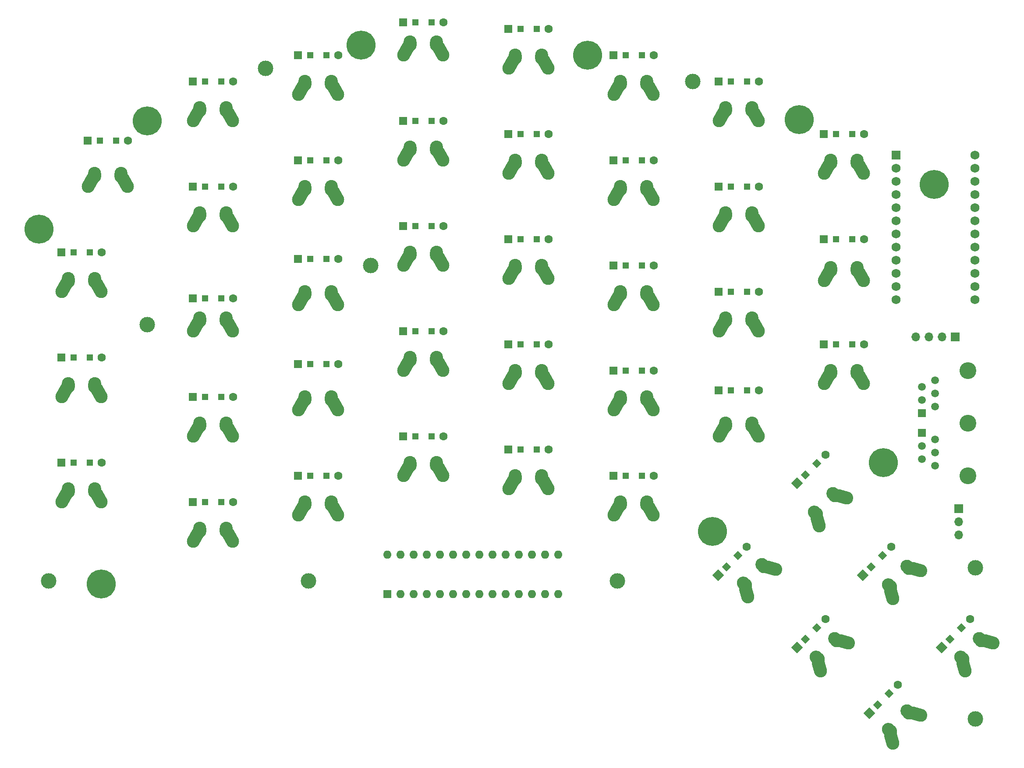
<source format=gbr>
%TF.GenerationSoftware,KiCad,Pcbnew,7.0.8*%
%TF.CreationDate,2023-11-09T18:46:39+07:00*%
%TF.ProjectId,sudi-redox-clone,73756469-2d72-4656-946f-782d636c6f6e,0.1*%
%TF.SameCoordinates,Original*%
%TF.FileFunction,Soldermask,Top*%
%TF.FilePolarity,Negative*%
%FSLAX46Y46*%
G04 Gerber Fmt 4.6, Leading zero omitted, Abs format (unit mm)*
G04 Created by KiCad (PCBNEW 7.0.8) date 2023-11-09 18:46:39*
%MOMM*%
%LPD*%
G01*
G04 APERTURE LIST*
G04 Aperture macros list*
%AMHorizOval*
0 Thick line with rounded ends*
0 $1 width*
0 $2 $3 position (X,Y) of the first rounded end (center of the circle)*
0 $4 $5 position (X,Y) of the second rounded end (center of the circle)*
0 Add line between two ends*
20,1,$1,$2,$3,$4,$5,0*
0 Add two circle primitives to create the rounded ends*
1,1,$1,$2,$3*
1,1,$1,$4,$5*%
%AMRotRect*
0 Rectangle, with rotation*
0 The origin of the aperture is its center*
0 $1 length*
0 $2 width*
0 $3 Rotation angle, in degrees counterclockwise*
0 Add horizontal line*
21,1,$1,$2,0,0,$3*%
G04 Aperture macros list end*
%ADD10HorizOval,2.500000X-0.405453X-0.729954X0.405453X0.729954X0*%
%ADD11HorizOval,2.500000X-0.019724X0.289328X0.019724X-0.289328X0*%
%ADD12HorizOval,2.500000X-0.019724X-0.289328X0.019724X0.289328X0*%
%ADD13HorizOval,2.500000X-0.405453X0.729954X0.405453X-0.729954X0*%
%ADD14R,1.600000X1.600000*%
%ADD15R,1.200000X1.200000*%
%ADD16C,1.600000*%
%ADD17C,3.250000*%
%ADD18R,1.520000X1.520000*%
%ADD19C,1.520000*%
%ADD20HorizOval,2.500000X-0.229457X0.802854X0.229457X-0.802854X0*%
%ADD21HorizOval,2.500000X-0.218533X0.190639X0.218533X-0.190639X0*%
%ADD22HorizOval,2.500000X-0.190639X0.218533X0.190639X-0.218533X0*%
%ADD23HorizOval,2.500000X-0.802854X0.229457X0.802854X-0.229457X0*%
%ADD24C,3.000000*%
%ADD25C,5.600000*%
%ADD26O,1.600000X1.600000*%
%ADD27RotRect,1.600000X1.600000X45.000000*%
%ADD28RotRect,1.200000X1.200000X45.000000*%
%ADD29R,1.752600X1.752600*%
%ADD30C,1.752600*%
%ADD31R,1.700000X1.700000*%
%ADD32O,1.700000X1.700000*%
G04 APERTURE END LIST*
D10*
%TO.C,K19*%
X103275000Y-113570000D03*
D11*
X104160000Y-112050000D03*
D12*
X109200000Y-112050000D03*
D13*
X110085000Y-113570000D03*
%TD*%
D10*
%TO.C,K16*%
X103275000Y-52610000D03*
D11*
X104160000Y-51090000D03*
D12*
X109200000Y-51090000D03*
D13*
X110085000Y-52610000D03*
%TD*%
D14*
%TO.C,D34*%
X184060000Y-48260000D03*
D15*
X186385000Y-48260000D03*
X189535000Y-48260000D03*
D16*
X191860000Y-48260000D03*
%TD*%
D17*
%TO.C,J1*%
X211940000Y-104140000D03*
X211940000Y-93980000D03*
D18*
X203050000Y-102230000D03*
D19*
X205590000Y-100960000D03*
X203050000Y-99690000D03*
X205590000Y-98420000D03*
X203050000Y-97150000D03*
X205590000Y-95880000D03*
%TD*%
D14*
%TO.C,D17*%
X102780000Y-66040000D03*
D15*
X105105000Y-66040000D03*
X108255000Y-66040000D03*
D16*
X110580000Y-66040000D03*
%TD*%
D20*
%TO.C,K40*%
X182904930Y-123196508D03*
D21*
X182455917Y-121495917D03*
D22*
X186019736Y-117932098D03*
D23*
X187720327Y-118381111D03*
%TD*%
D24*
%TO.C,FID9*%
X53340000Y-85090000D03*
%TD*%
D14*
%TO.C,D22*%
X123100000Y-68580000D03*
D15*
X125425000Y-68580000D03*
X128575000Y-68580000D03*
D16*
X130900000Y-68580000D03*
%TD*%
D14*
%TO.C,D26*%
X143420000Y-53340000D03*
D15*
X145745000Y-53340000D03*
X148895000Y-53340000D03*
D16*
X151220000Y-53340000D03*
%TD*%
D10*
%TO.C,K9*%
X62635000Y-126270000D03*
D11*
X63520000Y-124750000D03*
D12*
X68560000Y-124750000D03*
D13*
X69445000Y-126270000D03*
%TD*%
D24*
%TO.C,FID2*%
X76200000Y-35560000D03*
%TD*%
D14*
%TO.C,D18*%
X102780000Y-86360000D03*
D15*
X105105000Y-86360000D03*
X108255000Y-86360000D03*
D16*
X110580000Y-86360000D03*
%TD*%
D25*
%TO.C,H5*%
X94615000Y-31115000D03*
%TD*%
D10*
%TO.C,K8*%
X62635000Y-105950000D03*
D11*
X63520000Y-104430000D03*
D12*
X68560000Y-104430000D03*
D13*
X69445000Y-105950000D03*
%TD*%
D14*
%TO.C,D36*%
X184060000Y-88900000D03*
D15*
X186385000Y-88900000D03*
X189535000Y-88900000D03*
D16*
X191860000Y-88900000D03*
%TD*%
D24*
%TO.C,FID3*%
X158750000Y-38100000D03*
%TD*%
D10*
%TO.C,K18*%
X103275000Y-93250000D03*
D11*
X104160000Y-91730000D03*
D12*
X109200000Y-91730000D03*
D13*
X110085000Y-93250000D03*
%TD*%
D25*
%TO.C,H1*%
X53340000Y-45720000D03*
%TD*%
D10*
%TO.C,K12*%
X82955000Y-80550000D03*
D11*
X83840000Y-79030000D03*
D12*
X88880000Y-79030000D03*
D13*
X89765000Y-80550000D03*
%TD*%
D25*
%TO.C,H3*%
X162560000Y-125095000D03*
%TD*%
D10*
%TO.C,K14*%
X82955000Y-121190000D03*
D11*
X83840000Y-119670000D03*
D12*
X88880000Y-119670000D03*
D13*
X89765000Y-121190000D03*
%TD*%
D14*
%TO.C,D25*%
X143420000Y-33020000D03*
D15*
X145745000Y-33020000D03*
X148895000Y-33020000D03*
D16*
X151220000Y-33020000D03*
%TD*%
D10*
%TO.C,K7*%
X62635000Y-85630000D03*
D11*
X63520000Y-84110000D03*
D12*
X68560000Y-84110000D03*
D13*
X69445000Y-85630000D03*
%TD*%
D14*
%TO.C,D2*%
X36740000Y-71120000D03*
D15*
X39065000Y-71120000D03*
X42215000Y-71120000D03*
D16*
X44540000Y-71120000D03*
%TD*%
D20*
%TO.C,K38*%
X183240062Y-151225459D03*
D21*
X182791049Y-149524868D03*
D22*
X186354868Y-145961049D03*
D23*
X188055459Y-146410062D03*
%TD*%
D24*
%TO.C,FID7*%
X144145000Y-134620000D03*
%TD*%
D14*
%TO.C,D11*%
X82460000Y-53340000D03*
D15*
X84785000Y-53340000D03*
X87935000Y-53340000D03*
D16*
X90260000Y-53340000D03*
%TD*%
D24*
%TO.C,FID5*%
X213360000Y-161290000D03*
%TD*%
D10*
%TO.C,K6*%
X62635000Y-65310000D03*
D11*
X63520000Y-63790000D03*
D12*
X68560000Y-63790000D03*
D13*
X69445000Y-65310000D03*
%TD*%
D14*
%TO.C,U2*%
X99705000Y-137150000D03*
D26*
X102245000Y-137150000D03*
X104785000Y-137150000D03*
X107325000Y-137150000D03*
X109865000Y-137150000D03*
X112405000Y-137150000D03*
X114945000Y-137150000D03*
X117485000Y-137150000D03*
X120025000Y-137150000D03*
X122565000Y-137150000D03*
X125105000Y-137150000D03*
X127645000Y-137150000D03*
X130185000Y-137150000D03*
X132725000Y-137150000D03*
X132725000Y-129530000D03*
X130185000Y-129530000D03*
X127645000Y-129530000D03*
X125105000Y-129530000D03*
X122565000Y-129530000D03*
X120025000Y-129530000D03*
X117485000Y-129530000D03*
X114945000Y-129530000D03*
X112405000Y-129530000D03*
X109865000Y-129530000D03*
X107325000Y-129530000D03*
X104785000Y-129530000D03*
X102245000Y-129530000D03*
X99705000Y-129530000D03*
%TD*%
D10*
%TO.C,K25*%
X143915000Y-39910000D03*
D11*
X144800000Y-38390000D03*
D12*
X149840000Y-38390000D03*
D13*
X150725000Y-39910000D03*
%TD*%
D10*
%TO.C,K32*%
X164235000Y-85630000D03*
D11*
X165120000Y-84110000D03*
D12*
X170160000Y-84110000D03*
D13*
X171045000Y-85630000D03*
%TD*%
D10*
%TO.C,K5*%
X62635000Y-44990000D03*
D11*
X63520000Y-43470000D03*
D12*
X68560000Y-43470000D03*
D13*
X69445000Y-44990000D03*
%TD*%
D14*
%TO.C,D35*%
X184060000Y-68580000D03*
D15*
X186385000Y-68580000D03*
X189535000Y-68580000D03*
D16*
X191860000Y-68580000D03*
%TD*%
D14*
%TO.C,D21*%
X123100000Y-48260000D03*
D15*
X125425000Y-48260000D03*
X128575000Y-48260000D03*
D16*
X130900000Y-48260000D03*
%TD*%
D10*
%TO.C,K2*%
X37235000Y-78010000D03*
D11*
X38120000Y-76490000D03*
D12*
X43160000Y-76490000D03*
D13*
X44045000Y-78010000D03*
%TD*%
D27*
%TO.C,D42*%
X206792284Y-147537716D03*
D28*
X208436307Y-145893693D03*
X210663693Y-143666307D03*
D16*
X212307716Y-142022284D03*
%TD*%
D10*
%TO.C,K30*%
X164235000Y-44990000D03*
D11*
X165120000Y-43470000D03*
D12*
X170160000Y-43470000D03*
D13*
X171045000Y-44990000D03*
%TD*%
D10*
%TO.C,K31*%
X164235000Y-65310000D03*
D11*
X165120000Y-63790000D03*
D12*
X170160000Y-63790000D03*
D13*
X171045000Y-65310000D03*
%TD*%
D10*
%TO.C,K10*%
X82955000Y-39910000D03*
D11*
X83840000Y-38390000D03*
D12*
X88880000Y-38390000D03*
D13*
X89765000Y-39910000D03*
%TD*%
D10*
%TO.C,K24*%
X123595000Y-116110000D03*
D11*
X124480000Y-114590000D03*
D12*
X129520000Y-114590000D03*
D13*
X130405000Y-116110000D03*
%TD*%
D14*
%TO.C,D28*%
X143420000Y-93980000D03*
D15*
X145745000Y-93980000D03*
X148895000Y-93980000D03*
D16*
X151220000Y-93980000D03*
%TD*%
D10*
%TO.C,K36*%
X184555000Y-95790000D03*
D11*
X185440000Y-94270000D03*
D12*
X190480000Y-94270000D03*
D13*
X191365000Y-95790000D03*
%TD*%
D14*
%TO.C,D8*%
X62140000Y-99060000D03*
D15*
X64465000Y-99060000D03*
X67615000Y-99060000D03*
D16*
X69940000Y-99060000D03*
%TD*%
D10*
%TO.C,K22*%
X123595000Y-75470000D03*
D11*
X124480000Y-73950000D03*
D12*
X129520000Y-73950000D03*
D13*
X130405000Y-75470000D03*
%TD*%
D25*
%TO.C,H9*%
X44450000Y-135255000D03*
%TD*%
D14*
%TO.C,D29*%
X143420000Y-114300000D03*
D15*
X145745000Y-114300000D03*
X148895000Y-114300000D03*
D16*
X151220000Y-114300000D03*
%TD*%
D29*
%TO.C,U1*%
X198005000Y-52324000D03*
D30*
X198005000Y-54864000D03*
X198005000Y-57404000D03*
X198005000Y-59944000D03*
X198005000Y-62484000D03*
X198005000Y-65024000D03*
X198005000Y-67564000D03*
X198005000Y-70104000D03*
X198005000Y-72644000D03*
X198005000Y-75184000D03*
X198005000Y-77724000D03*
X198005000Y-80264000D03*
X213245000Y-52324000D03*
X213245000Y-54864000D03*
X213245000Y-57404000D03*
X213245000Y-59944000D03*
X213245000Y-62484000D03*
X213245000Y-65024000D03*
X213245000Y-67564000D03*
X213245000Y-70104000D03*
X213245000Y-72644000D03*
X213245000Y-75184000D03*
X213245000Y-77724000D03*
X213245000Y-80264000D03*
%TD*%
D25*
%TO.C,H2*%
X205359000Y-58039000D03*
%TD*%
D20*
%TO.C,K41*%
X197210062Y-137255459D03*
D21*
X196761049Y-135554868D03*
D22*
X200324868Y-131991049D03*
D23*
X202025459Y-132440062D03*
%TD*%
D27*
%TO.C,D38*%
X178852284Y-147537716D03*
D28*
X180496307Y-145893693D03*
X182723693Y-143666307D03*
D16*
X184367716Y-142022284D03*
%TD*%
D10*
%TO.C,K34*%
X184555000Y-55150000D03*
D11*
X185440000Y-53630000D03*
D12*
X190480000Y-53630000D03*
D13*
X191365000Y-55150000D03*
%TD*%
D14*
%TO.C,D31*%
X163740000Y-58420000D03*
D15*
X166065000Y-58420000D03*
X169215000Y-58420000D03*
D16*
X171540000Y-58420000D03*
%TD*%
D10*
%TO.C,K13*%
X82955000Y-100870000D03*
D11*
X83840000Y-99350000D03*
D12*
X88880000Y-99350000D03*
D13*
X89765000Y-100870000D03*
%TD*%
D10*
%TO.C,K3*%
X37235000Y-98330000D03*
D11*
X38120000Y-96810000D03*
D12*
X43160000Y-96810000D03*
D13*
X44045000Y-98330000D03*
%TD*%
D27*
%TO.C,D39*%
X192822284Y-160237716D03*
D28*
X194466307Y-158593693D03*
X196693693Y-156366307D03*
D16*
X198337716Y-154722284D03*
%TD*%
D24*
%TO.C,FID1*%
X34290000Y-134620000D03*
%TD*%
D10*
%TO.C,K15*%
X103275000Y-32290000D03*
D11*
X104160000Y-30770000D03*
D12*
X109200000Y-30770000D03*
D13*
X110085000Y-32290000D03*
%TD*%
D25*
%TO.C,H8*%
X32385000Y-66675000D03*
%TD*%
D27*
%TO.C,D37*%
X163612284Y-133567716D03*
D28*
X165256307Y-131923693D03*
X167483693Y-129696307D03*
D16*
X169127716Y-128052284D03*
%TD*%
D27*
%TO.C,D41*%
X191552284Y-133567716D03*
D28*
X193196307Y-131923693D03*
X195423693Y-129696307D03*
D16*
X197067716Y-128052284D03*
%TD*%
D14*
%TO.C,D14*%
X82460000Y-114300000D03*
D15*
X84785000Y-114300000D03*
X87935000Y-114300000D03*
D16*
X90260000Y-114300000D03*
%TD*%
D14*
%TO.C,D32*%
X163740000Y-78740000D03*
D15*
X166065000Y-78740000D03*
X169215000Y-78740000D03*
D16*
X171540000Y-78740000D03*
%TD*%
D14*
%TO.C,D7*%
X62140000Y-80010000D03*
D15*
X64465000Y-80010000D03*
X67615000Y-80010000D03*
D16*
X69940000Y-80010000D03*
%TD*%
D14*
%TO.C,D9*%
X62140000Y-119380000D03*
D15*
X64465000Y-119380000D03*
X67615000Y-119380000D03*
D16*
X69940000Y-119380000D03*
%TD*%
D14*
%TO.C,D1*%
X41820000Y-49530000D03*
D15*
X44145000Y-49530000D03*
X47295000Y-49530000D03*
D16*
X49620000Y-49530000D03*
%TD*%
D14*
%TO.C,D20*%
X123100000Y-27940000D03*
D15*
X125425000Y-27940000D03*
X128575000Y-27940000D03*
D16*
X130900000Y-27940000D03*
%TD*%
D10*
%TO.C,K23*%
X123595000Y-95790000D03*
D11*
X124480000Y-94270000D03*
D12*
X129520000Y-94270000D03*
D13*
X130405000Y-95790000D03*
%TD*%
D10*
%TO.C,K27*%
X143915000Y-80550000D03*
D11*
X144800000Y-79030000D03*
D12*
X149840000Y-79030000D03*
D13*
X150725000Y-80550000D03*
%TD*%
D10*
%TO.C,K17*%
X103275000Y-72938188D03*
D11*
X104160000Y-71418188D03*
D12*
X109200000Y-71418188D03*
D13*
X110085000Y-72938188D03*
%TD*%
D10*
%TO.C,K28*%
X143915000Y-100870000D03*
D11*
X144800000Y-99350000D03*
D12*
X149840000Y-99350000D03*
D13*
X150725000Y-100870000D03*
%TD*%
D14*
%TO.C,D4*%
X36740000Y-111760000D03*
D15*
X39065000Y-111760000D03*
X42215000Y-111760000D03*
D16*
X44540000Y-111760000D03*
%TD*%
D14*
%TO.C,D15*%
X102780000Y-26670000D03*
D15*
X105105000Y-26670000D03*
X108255000Y-26670000D03*
D16*
X110580000Y-26670000D03*
%TD*%
D25*
%TO.C,H4*%
X179264799Y-45503227D03*
%TD*%
D27*
%TO.C,D40*%
X178852284Y-115787716D03*
D28*
X180496307Y-114143693D03*
X182723693Y-111916307D03*
D16*
X184367716Y-110272284D03*
%TD*%
D24*
%TO.C,FID6*%
X96520000Y-73660000D03*
%TD*%
D14*
%TO.C,D10*%
X82460000Y-33020000D03*
D15*
X84785000Y-33020000D03*
X87935000Y-33020000D03*
D16*
X90260000Y-33020000D03*
%TD*%
D14*
%TO.C,D24*%
X123100000Y-109220000D03*
D15*
X125425000Y-109220000D03*
X128575000Y-109220000D03*
D16*
X130900000Y-109220000D03*
%TD*%
D14*
%TO.C,D6*%
X62140000Y-58420000D03*
D15*
X64465000Y-58420000D03*
X67615000Y-58420000D03*
D16*
X69940000Y-58420000D03*
%TD*%
D10*
%TO.C,K20*%
X123595000Y-34830000D03*
D11*
X124480000Y-33310000D03*
D12*
X129520000Y-33310000D03*
D13*
X130405000Y-34830000D03*
%TD*%
D14*
%TO.C,D5*%
X62140000Y-38100000D03*
D15*
X64465000Y-38100000D03*
X67615000Y-38100000D03*
D16*
X69940000Y-38100000D03*
%TD*%
D14*
%TO.C,D19*%
X102780000Y-106680000D03*
D15*
X105105000Y-106680000D03*
X108255000Y-106680000D03*
D16*
X110580000Y-106680000D03*
%TD*%
D31*
%TO.C,J3*%
X209435000Y-87465000D03*
D32*
X206895000Y-87465000D03*
X204355000Y-87465000D03*
X201815000Y-87465000D03*
%TD*%
D10*
%TO.C,K4*%
X37235000Y-118650000D03*
D11*
X38120000Y-117130000D03*
D12*
X43160000Y-117130000D03*
D13*
X44045000Y-118650000D03*
%TD*%
D10*
%TO.C,K35*%
X184555000Y-75841600D03*
D11*
X185440000Y-74321600D03*
D12*
X190480000Y-74321600D03*
D13*
X191365000Y-75841600D03*
%TD*%
D20*
%TO.C,K42*%
X211180062Y-151225459D03*
D21*
X210731049Y-149524868D03*
D22*
X214294868Y-145961049D03*
D23*
X215995459Y-146410062D03*
%TD*%
D10*
%TO.C,K26*%
X143915000Y-60230000D03*
D11*
X144800000Y-58710000D03*
D12*
X149840000Y-58710000D03*
D13*
X150725000Y-60230000D03*
%TD*%
D14*
%TO.C,D30*%
X163740000Y-38100000D03*
D15*
X166065000Y-38100000D03*
X169215000Y-38100000D03*
D16*
X171540000Y-38100000D03*
%TD*%
D14*
%TO.C,D27*%
X143420000Y-73660000D03*
D15*
X145745000Y-73660000D03*
X148895000Y-73660000D03*
D16*
X151220000Y-73660000D03*
%TD*%
D10*
%TO.C,K29*%
X143915000Y-121190000D03*
D11*
X144800000Y-119670000D03*
D12*
X149840000Y-119670000D03*
D13*
X150725000Y-121190000D03*
%TD*%
D14*
%TO.C,D23*%
X123100000Y-88900000D03*
D15*
X125425000Y-88900000D03*
X128575000Y-88900000D03*
D16*
X130900000Y-88900000D03*
%TD*%
D14*
%TO.C,D3*%
X36740000Y-91440000D03*
D15*
X39065000Y-91440000D03*
X42215000Y-91440000D03*
D16*
X44540000Y-91440000D03*
%TD*%
D20*
%TO.C,K37*%
X169152828Y-136948610D03*
D21*
X168703815Y-135248019D03*
D22*
X172267634Y-131684200D03*
D23*
X173968225Y-132133213D03*
%TD*%
D14*
%TO.C,D13*%
X82460000Y-92710000D03*
D15*
X84785000Y-92710000D03*
X87935000Y-92710000D03*
D16*
X90260000Y-92710000D03*
%TD*%
D14*
%TO.C,D16*%
X102780000Y-45720000D03*
D15*
X105105000Y-45720000D03*
X108255000Y-45720000D03*
D16*
X110580000Y-45720000D03*
%TD*%
D20*
%TO.C,K39*%
X197210062Y-165195459D03*
D21*
X196761049Y-163494868D03*
D22*
X200324868Y-159931049D03*
D23*
X202025459Y-160380062D03*
%TD*%
D10*
%TO.C,K33*%
X164235000Y-105950000D03*
D11*
X165120000Y-104430000D03*
D12*
X170160000Y-104430000D03*
D13*
X171045000Y-105950000D03*
%TD*%
D24*
%TO.C,FID8*%
X213360000Y-132080000D03*
%TD*%
D14*
%TO.C,D33*%
X163740000Y-97790000D03*
D15*
X166065000Y-97790000D03*
X169215000Y-97790000D03*
D16*
X171540000Y-97790000D03*
%TD*%
D10*
%TO.C,K21*%
X123595000Y-55150000D03*
D11*
X124480000Y-53630000D03*
D12*
X129520000Y-53630000D03*
D13*
X130405000Y-55150000D03*
%TD*%
D10*
%TO.C,K11*%
X82955000Y-60230000D03*
D11*
X83840000Y-58710000D03*
D12*
X88880000Y-58710000D03*
D13*
X89765000Y-60230000D03*
%TD*%
D10*
%TO.C,K1*%
X42315000Y-57690000D03*
D11*
X43200000Y-56170000D03*
D12*
X48240000Y-56170000D03*
D13*
X49125000Y-57690000D03*
%TD*%
D24*
%TO.C,FID4*%
X84455000Y-134620000D03*
%TD*%
D25*
%TO.C,H7*%
X195580000Y-111760000D03*
%TD*%
D14*
%TO.C,D12*%
X82460000Y-72390000D03*
D15*
X84785000Y-72390000D03*
X87935000Y-72390000D03*
D16*
X90260000Y-72390000D03*
%TD*%
D25*
%TO.C,H6*%
X138430000Y-33020000D03*
%TD*%
D31*
%TO.C,J2*%
X210115000Y-120650000D03*
D32*
X210115000Y-123190000D03*
X210115000Y-125730000D03*
%TD*%
D17*
%TO.C,J4*%
X211940000Y-104140000D03*
X211940000Y-114300000D03*
D18*
X203050000Y-106050000D03*
D19*
X205590000Y-107320000D03*
X203050000Y-108590000D03*
X205590000Y-109860000D03*
X203050000Y-111130000D03*
X205590000Y-112400000D03*
%TD*%
M02*

</source>
